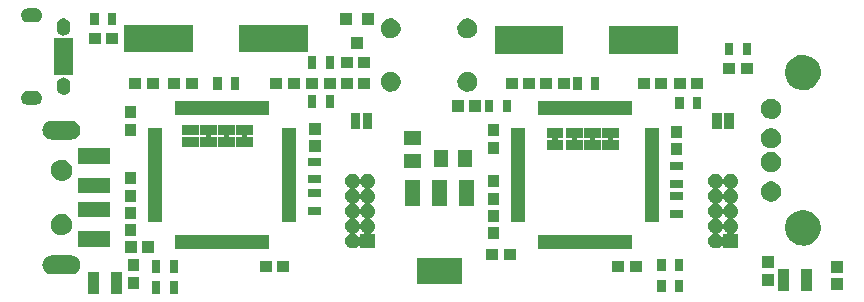
<source format=gts>
G04 #@! TF.FileFunction,Soldermask,Top*
%FSLAX46Y46*%
G04 Gerber Fmt 4.6, Leading zero omitted, Abs format (unit mm)*
G04 Created by KiCad (PCBNEW (2015-10-16 BZR 6271)-product) date Sun 01 Nov 2015 17:02:17 NZDT*
%MOMM*%
G01*
G04 APERTURE LIST*
%ADD10C,0.100000*%
G04 APERTURE END LIST*
D10*
G36*
X9425610Y320370D02*
X8476310Y320370D01*
X8476310Y2219630D01*
X9425610Y2219630D01*
X9425610Y320370D01*
X9425610Y320370D01*
G37*
G36*
X7525690Y320370D02*
X6576390Y320370D01*
X6576390Y2219630D01*
X7525690Y2219630D01*
X7525690Y320370D01*
X7525690Y320370D01*
G37*
G36*
X14181000Y339000D02*
X13481000Y339000D01*
X13481000Y1439000D01*
X14181000Y1439000D01*
X14181000Y339000D01*
X14181000Y339000D01*
G37*
G36*
X12681000Y339000D02*
X11981000Y339000D01*
X11981000Y1439000D01*
X12681000Y1439000D01*
X12681000Y339000D01*
X12681000Y339000D01*
G37*
G36*
X56980000Y466000D02*
X56280000Y466000D01*
X56280000Y1566000D01*
X56980000Y1566000D01*
X56980000Y466000D01*
X56980000Y466000D01*
G37*
G36*
X55480000Y466000D02*
X54780000Y466000D01*
X54780000Y1566000D01*
X55480000Y1566000D01*
X55480000Y466000D01*
X55480000Y466000D01*
G37*
G36*
X67845610Y574370D02*
X66896310Y574370D01*
X66896310Y2473630D01*
X67845610Y2473630D01*
X67845610Y574370D01*
X67845610Y574370D01*
G37*
G36*
X65945690Y574370D02*
X64996390Y574370D01*
X64996390Y2473630D01*
X65945690Y2473630D01*
X65945690Y574370D01*
X65945690Y574370D01*
G37*
G36*
X70452000Y655000D02*
X69502000Y655000D01*
X69502000Y1655000D01*
X70452000Y1655000D01*
X70452000Y655000D01*
X70452000Y655000D01*
G37*
G36*
X10889000Y782000D02*
X9939000Y782000D01*
X9939000Y1782000D01*
X10889000Y1782000D01*
X10889000Y782000D01*
X10889000Y782000D01*
G37*
G36*
X64610000Y1036000D02*
X63660000Y1036000D01*
X63660000Y2036000D01*
X64610000Y2036000D01*
X64610000Y1036000D01*
X64610000Y1036000D01*
G37*
G36*
X38250800Y1170000D02*
X34393200Y1170000D01*
X34393200Y3402000D01*
X38250800Y3402000D01*
X38250800Y1170000D01*
X38250800Y1170000D01*
G37*
G36*
X5131668Y3608959D02*
X5136912Y3608922D01*
X5292071Y3591518D01*
X5440896Y3544308D01*
X5577716Y3469091D01*
X5697320Y3368731D01*
X5795153Y3247051D01*
X5867489Y3108685D01*
X5911572Y2958905D01*
X5911576Y2958866D01*
X5911578Y2958858D01*
X5925725Y2803417D01*
X5909410Y2648186D01*
X5909406Y2648172D01*
X5909402Y2648138D01*
X5863233Y2498988D01*
X5788972Y2361646D01*
X5689449Y2241343D01*
X5568455Y2142663D01*
X5430598Y2069363D01*
X5281129Y2024236D01*
X5125742Y2009000D01*
X3510223Y2009000D01*
X3504332Y2009041D01*
X3499088Y2009078D01*
X3343929Y2026482D01*
X3195104Y2073692D01*
X3058284Y2148909D01*
X2938680Y2249269D01*
X2840847Y2370949D01*
X2768511Y2509315D01*
X2724428Y2659095D01*
X2724424Y2659134D01*
X2724422Y2659142D01*
X2710275Y2814583D01*
X2726590Y2969814D01*
X2726594Y2969828D01*
X2726598Y2969862D01*
X2772767Y3119012D01*
X2847028Y3256354D01*
X2946551Y3376657D01*
X3067545Y3475337D01*
X3205402Y3548637D01*
X3354871Y3593764D01*
X3510258Y3609000D01*
X5125777Y3609000D01*
X5131668Y3608959D01*
X5131668Y3608959D01*
G37*
G36*
X14181000Y2117000D02*
X13481000Y2117000D01*
X13481000Y3217000D01*
X14181000Y3217000D01*
X14181000Y2117000D01*
X14181000Y2117000D01*
G37*
G36*
X12681000Y2117000D02*
X11981000Y2117000D01*
X11981000Y3217000D01*
X12681000Y3217000D01*
X12681000Y2117000D01*
X12681000Y2117000D01*
G37*
G36*
X70452000Y2155000D02*
X69502000Y2155000D01*
X69502000Y3155000D01*
X70452000Y3155000D01*
X70452000Y2155000D01*
X70452000Y2155000D01*
G37*
G36*
X23602000Y2192000D02*
X22602000Y2192000D01*
X22602000Y3142000D01*
X23602000Y3142000D01*
X23602000Y2192000D01*
X23602000Y2192000D01*
G37*
G36*
X22102000Y2192000D02*
X21102000Y2192000D01*
X21102000Y3142000D01*
X22102000Y3142000D01*
X22102000Y2192000D01*
X22102000Y2192000D01*
G37*
G36*
X53447000Y2192000D02*
X52447000Y2192000D01*
X52447000Y3142000D01*
X53447000Y3142000D01*
X53447000Y2192000D01*
X53447000Y2192000D01*
G37*
G36*
X51947000Y2192000D02*
X50947000Y2192000D01*
X50947000Y3142000D01*
X51947000Y3142000D01*
X51947000Y2192000D01*
X51947000Y2192000D01*
G37*
G36*
X55480000Y2244000D02*
X54780000Y2244000D01*
X54780000Y3344000D01*
X55480000Y3344000D01*
X55480000Y2244000D01*
X55480000Y2244000D01*
G37*
G36*
X56980000Y2244000D02*
X56280000Y2244000D01*
X56280000Y3344000D01*
X56980000Y3344000D01*
X56980000Y2244000D01*
X56980000Y2244000D01*
G37*
G36*
X10889000Y2282000D02*
X9939000Y2282000D01*
X9939000Y3282000D01*
X10889000Y3282000D01*
X10889000Y2282000D01*
X10889000Y2282000D01*
G37*
G36*
X64610000Y2536000D02*
X63660000Y2536000D01*
X63660000Y3536000D01*
X64610000Y3536000D01*
X64610000Y2536000D01*
X64610000Y2536000D01*
G37*
G36*
X42779000Y3208000D02*
X41779000Y3208000D01*
X41779000Y4158000D01*
X42779000Y4158000D01*
X42779000Y3208000D01*
X42779000Y3208000D01*
G37*
G36*
X41279000Y3208000D02*
X40279000Y3208000D01*
X40279000Y4158000D01*
X41279000Y4158000D01*
X41279000Y3208000D01*
X41279000Y3208000D01*
G37*
G36*
X10672000Y3843000D02*
X9672000Y3843000D01*
X9672000Y4793000D01*
X10672000Y4793000D01*
X10672000Y3843000D01*
X10672000Y3843000D01*
G37*
G36*
X12172000Y3843000D02*
X11172000Y3843000D01*
X11172000Y4793000D01*
X12172000Y4793000D01*
X12172000Y3843000D01*
X12172000Y3843000D01*
G37*
G36*
X21882000Y4114000D02*
X13932000Y4114000D01*
X13932000Y5314000D01*
X21882000Y5314000D01*
X21882000Y4114000D01*
X21882000Y4114000D01*
G37*
G36*
X52616000Y4114000D02*
X44666000Y4114000D01*
X44666000Y5314000D01*
X52616000Y5314000D01*
X52616000Y4114000D01*
X52616000Y4114000D01*
G37*
G36*
X61025646Y10530585D02*
X61145714Y10505939D01*
X61258703Y10458443D01*
X61360318Y10389903D01*
X61446686Y10302929D01*
X61514516Y10200838D01*
X61561220Y10087523D01*
X61584961Y9967628D01*
X61584961Y9967618D01*
X61585027Y9967284D01*
X61583072Y9827288D01*
X61582996Y9826954D01*
X61582996Y9826943D01*
X61555919Y9707765D01*
X61506066Y9595792D01*
X61435414Y9495636D01*
X61346648Y9411106D01*
X61243165Y9345433D01*
X61172387Y9317981D01*
X61160116Y9311099D01*
X61150248Y9301070D01*
X61143565Y9288689D01*
X61140596Y9274936D01*
X61141575Y9260901D01*
X61146426Y9247694D01*
X61154765Y9236361D01*
X61171092Y9225272D01*
X61258703Y9188443D01*
X61360318Y9119903D01*
X61446686Y9032929D01*
X61514516Y8930838D01*
X61561220Y8817523D01*
X61584961Y8697628D01*
X61584961Y8697618D01*
X61585027Y8697284D01*
X61583072Y8557288D01*
X61582996Y8556954D01*
X61582996Y8556943D01*
X61555919Y8437765D01*
X61506066Y8325792D01*
X61435414Y8225636D01*
X61346648Y8141106D01*
X61243165Y8075433D01*
X61172387Y8047981D01*
X61160116Y8041099D01*
X61150248Y8031070D01*
X61143565Y8018689D01*
X61140596Y8004936D01*
X61141575Y7990901D01*
X61146426Y7977694D01*
X61154765Y7966361D01*
X61171092Y7955272D01*
X61258703Y7918443D01*
X61360318Y7849903D01*
X61446686Y7762929D01*
X61514516Y7660838D01*
X61561220Y7547523D01*
X61584961Y7427628D01*
X61584961Y7427618D01*
X61585027Y7427284D01*
X61583072Y7287288D01*
X61582996Y7286954D01*
X61582996Y7286943D01*
X61555919Y7167765D01*
X61506066Y7055792D01*
X61435414Y6955636D01*
X61346648Y6871106D01*
X61243165Y6805433D01*
X61172387Y6777981D01*
X61160116Y6771099D01*
X61150248Y6761070D01*
X61143565Y6748689D01*
X61140596Y6734936D01*
X61141575Y6720901D01*
X61146426Y6707694D01*
X61154765Y6696361D01*
X61171092Y6685272D01*
X61258703Y6648443D01*
X61360318Y6579903D01*
X61446686Y6492929D01*
X61514516Y6390838D01*
X61561220Y6277523D01*
X61584961Y6157628D01*
X61584961Y6157618D01*
X61585027Y6157284D01*
X61583072Y6017288D01*
X61582996Y6016954D01*
X61582996Y6016943D01*
X61555919Y5897765D01*
X61506066Y5785792D01*
X61435414Y5685636D01*
X61346648Y5601106D01*
X61255429Y5543216D01*
X61244728Y5534081D01*
X61236996Y5522326D01*
X61232845Y5508883D01*
X61232604Y5494815D01*
X61236291Y5481238D01*
X61243615Y5469225D01*
X61253996Y5459728D01*
X61266612Y5453499D01*
X61282220Y5451000D01*
X61585000Y5451000D01*
X61585000Y4201000D01*
X60335000Y4201000D01*
X60335000Y4502770D01*
X60333020Y4516700D01*
X60327239Y4529526D01*
X60318112Y4540234D01*
X60306364Y4547976D01*
X60292924Y4552138D01*
X60278857Y4552391D01*
X60265276Y4548715D01*
X60253257Y4541401D01*
X60243751Y4531028D01*
X60239323Y4523107D01*
X60236066Y4515792D01*
X60165414Y4415636D01*
X60076648Y4331106D01*
X59973164Y4265433D01*
X59858889Y4221109D01*
X59738183Y4199825D01*
X59615642Y4202391D01*
X59495925Y4228713D01*
X59383612Y4277781D01*
X59282963Y4347734D01*
X59197818Y4435905D01*
X59131424Y4538928D01*
X59086303Y4652891D01*
X59064176Y4773451D01*
X59065888Y4896007D01*
X59091370Y5015894D01*
X59139657Y5128554D01*
X59208904Y5229687D01*
X59296478Y5315446D01*
X59399038Y5382560D01*
X59477219Y5414147D01*
X59489393Y5421200D01*
X59499120Y5431366D01*
X59505629Y5443839D01*
X59508406Y5457632D01*
X59507794Y5464936D01*
X59870596Y5464936D01*
X59871575Y5450901D01*
X59876426Y5437694D01*
X59884765Y5426361D01*
X59901092Y5415272D01*
X59988703Y5378443D01*
X60090318Y5309903D01*
X60176686Y5222929D01*
X60243354Y5122586D01*
X60252711Y5112080D01*
X60264625Y5104596D01*
X60278153Y5100727D01*
X60292222Y5100780D01*
X60305720Y5104751D01*
X60317577Y5112325D01*
X60326854Y5122903D01*
X60332818Y5135646D01*
X60335000Y5150256D01*
X60335000Y5451000D01*
X60635801Y5451000D01*
X60649731Y5452980D01*
X60662557Y5458761D01*
X60673265Y5467888D01*
X60681007Y5479636D01*
X60685169Y5493076D01*
X60685422Y5507143D01*
X60681746Y5520724D01*
X60674432Y5532743D01*
X60664059Y5542249D01*
X60655818Y5546819D01*
X60653608Y5547784D01*
X60552963Y5617734D01*
X60467818Y5705905D01*
X60401424Y5808928D01*
X60372226Y5882674D01*
X60365257Y5894897D01*
X60355160Y5904695D01*
X60342732Y5911291D01*
X60328959Y5914164D01*
X60314931Y5913086D01*
X60301758Y5908143D01*
X60290484Y5899726D01*
X60280060Y5884605D01*
X60236066Y5785792D01*
X60165414Y5685636D01*
X60076648Y5601106D01*
X59973165Y5535433D01*
X59902387Y5507981D01*
X59890116Y5501099D01*
X59880248Y5491070D01*
X59873565Y5478689D01*
X59870596Y5464936D01*
X59507794Y5464936D01*
X59507231Y5471653D01*
X59502196Y5484790D01*
X59493700Y5496005D01*
X59478506Y5506324D01*
X59383612Y5547782D01*
X59282963Y5617734D01*
X59197818Y5705905D01*
X59131424Y5808928D01*
X59086303Y5922891D01*
X59064176Y6043451D01*
X59065888Y6166007D01*
X59091370Y6285894D01*
X59139657Y6398554D01*
X59208904Y6499687D01*
X59296478Y6585446D01*
X59399038Y6652560D01*
X59477219Y6684147D01*
X59489393Y6691200D01*
X59499120Y6701366D01*
X59505629Y6713839D01*
X59508406Y6727632D01*
X59507794Y6734936D01*
X59870596Y6734936D01*
X59871575Y6720901D01*
X59876426Y6707694D01*
X59884765Y6696361D01*
X59901092Y6685272D01*
X59988703Y6648443D01*
X60090318Y6579903D01*
X60176686Y6492929D01*
X60244515Y6390839D01*
X60278525Y6308325D01*
X60285663Y6296201D01*
X60295897Y6286546D01*
X60308415Y6280123D01*
X60322227Y6277443D01*
X60336239Y6278716D01*
X60349341Y6283843D01*
X60360496Y6292417D01*
X60370709Y6307682D01*
X60409657Y6398554D01*
X60478904Y6499687D01*
X60566478Y6585446D01*
X60669038Y6652560D01*
X60747219Y6684147D01*
X60759393Y6691200D01*
X60769120Y6701366D01*
X60775629Y6713839D01*
X60778406Y6727632D01*
X60777231Y6741653D01*
X60772196Y6754790D01*
X60763700Y6766005D01*
X60748506Y6776324D01*
X60653612Y6817782D01*
X60552963Y6887734D01*
X60467818Y6975905D01*
X60401424Y7078928D01*
X60372226Y7152674D01*
X60365257Y7164897D01*
X60355160Y7174695D01*
X60342732Y7181291D01*
X60328959Y7184164D01*
X60314931Y7183086D01*
X60301758Y7178143D01*
X60290484Y7169726D01*
X60280060Y7154605D01*
X60236066Y7055792D01*
X60165414Y6955636D01*
X60076648Y6871106D01*
X59973165Y6805433D01*
X59902387Y6777981D01*
X59890116Y6771099D01*
X59880248Y6761070D01*
X59873565Y6748689D01*
X59870596Y6734936D01*
X59507794Y6734936D01*
X59507231Y6741653D01*
X59502196Y6754790D01*
X59493700Y6766005D01*
X59478506Y6776324D01*
X59383612Y6817782D01*
X59282963Y6887734D01*
X59197818Y6975905D01*
X59131424Y7078928D01*
X59086303Y7192891D01*
X59064176Y7313451D01*
X59065888Y7436007D01*
X59091370Y7555894D01*
X59139657Y7668554D01*
X59208904Y7769687D01*
X59296478Y7855446D01*
X59399038Y7922560D01*
X59477219Y7954147D01*
X59489393Y7961200D01*
X59499120Y7971366D01*
X59505629Y7983839D01*
X59508406Y7997632D01*
X59507794Y8004936D01*
X59870596Y8004936D01*
X59871575Y7990901D01*
X59876426Y7977694D01*
X59884765Y7966361D01*
X59901092Y7955272D01*
X59988703Y7918443D01*
X60090318Y7849903D01*
X60176686Y7762929D01*
X60244515Y7660839D01*
X60278525Y7578325D01*
X60285663Y7566201D01*
X60295897Y7556546D01*
X60308415Y7550123D01*
X60322227Y7547443D01*
X60336239Y7548716D01*
X60349341Y7553843D01*
X60360496Y7562417D01*
X60370709Y7577682D01*
X60409657Y7668554D01*
X60478904Y7769687D01*
X60566478Y7855446D01*
X60669038Y7922560D01*
X60747219Y7954147D01*
X60759393Y7961200D01*
X60769120Y7971366D01*
X60775629Y7983839D01*
X60778406Y7997632D01*
X60777231Y8011653D01*
X60772196Y8024790D01*
X60763700Y8036005D01*
X60748506Y8046324D01*
X60653612Y8087782D01*
X60552963Y8157734D01*
X60467818Y8245905D01*
X60401424Y8348928D01*
X60372226Y8422674D01*
X60365257Y8434897D01*
X60355160Y8444695D01*
X60342732Y8451291D01*
X60328959Y8454164D01*
X60314931Y8453086D01*
X60301758Y8448143D01*
X60290484Y8439726D01*
X60280060Y8424605D01*
X60236066Y8325792D01*
X60165414Y8225636D01*
X60076648Y8141106D01*
X59973165Y8075433D01*
X59902387Y8047981D01*
X59890116Y8041099D01*
X59880248Y8031070D01*
X59873565Y8018689D01*
X59870596Y8004936D01*
X59507794Y8004936D01*
X59507231Y8011653D01*
X59502196Y8024790D01*
X59493700Y8036005D01*
X59478506Y8046324D01*
X59383612Y8087782D01*
X59282963Y8157734D01*
X59197818Y8245905D01*
X59131424Y8348928D01*
X59086303Y8462891D01*
X59064176Y8583451D01*
X59065888Y8706007D01*
X59091370Y8825894D01*
X59139657Y8938554D01*
X59208904Y9039687D01*
X59296478Y9125446D01*
X59399038Y9192560D01*
X59477219Y9224147D01*
X59489393Y9231200D01*
X59499120Y9241366D01*
X59505629Y9253839D01*
X59508406Y9267632D01*
X59507794Y9274936D01*
X59870596Y9274936D01*
X59871575Y9260901D01*
X59876426Y9247694D01*
X59884765Y9236361D01*
X59901092Y9225272D01*
X59988703Y9188443D01*
X60090318Y9119903D01*
X60176686Y9032929D01*
X60244515Y8930839D01*
X60278525Y8848325D01*
X60285663Y8836201D01*
X60295897Y8826546D01*
X60308415Y8820123D01*
X60322227Y8817443D01*
X60336239Y8818716D01*
X60349341Y8823843D01*
X60360496Y8832417D01*
X60370709Y8847682D01*
X60409657Y8938554D01*
X60478904Y9039687D01*
X60566478Y9125446D01*
X60669038Y9192560D01*
X60747219Y9224147D01*
X60759393Y9231200D01*
X60769120Y9241366D01*
X60775629Y9253839D01*
X60778406Y9267632D01*
X60777231Y9281653D01*
X60772196Y9294790D01*
X60763700Y9306005D01*
X60748506Y9316324D01*
X60653612Y9357782D01*
X60552963Y9427734D01*
X60467818Y9515905D01*
X60401424Y9618928D01*
X60372226Y9692674D01*
X60365257Y9704897D01*
X60355160Y9714695D01*
X60342732Y9721291D01*
X60328959Y9724164D01*
X60314931Y9723086D01*
X60301758Y9718143D01*
X60290484Y9709726D01*
X60280060Y9694605D01*
X60236066Y9595792D01*
X60165414Y9495636D01*
X60076648Y9411106D01*
X59973165Y9345433D01*
X59902387Y9317981D01*
X59890116Y9311099D01*
X59880248Y9301070D01*
X59873565Y9288689D01*
X59870596Y9274936D01*
X59507794Y9274936D01*
X59507231Y9281653D01*
X59502196Y9294790D01*
X59493700Y9306005D01*
X59478506Y9316324D01*
X59383612Y9357782D01*
X59282963Y9427734D01*
X59197818Y9515905D01*
X59131424Y9618928D01*
X59086303Y9732891D01*
X59064176Y9853451D01*
X59065888Y9976007D01*
X59091370Y10095894D01*
X59139657Y10208554D01*
X59208904Y10309687D01*
X59296478Y10395446D01*
X59399038Y10462560D01*
X59512682Y10508475D01*
X59633077Y10531442D01*
X59755646Y10530585D01*
X59875714Y10505939D01*
X59988703Y10458443D01*
X60090318Y10389903D01*
X60176686Y10302929D01*
X60244515Y10200839D01*
X60278525Y10118325D01*
X60285663Y10106201D01*
X60295897Y10096546D01*
X60308415Y10090123D01*
X60322227Y10087443D01*
X60336239Y10088716D01*
X60349341Y10093843D01*
X60360496Y10102417D01*
X60370709Y10117682D01*
X60409657Y10208554D01*
X60478904Y10309687D01*
X60566478Y10395446D01*
X60669038Y10462560D01*
X60782682Y10508475D01*
X60903077Y10531442D01*
X61025646Y10530585D01*
X61025646Y10530585D01*
G37*
G36*
X30291646Y10530585D02*
X30411714Y10505939D01*
X30524703Y10458443D01*
X30626318Y10389903D01*
X30712686Y10302929D01*
X30780516Y10200838D01*
X30827220Y10087523D01*
X30850961Y9967628D01*
X30850961Y9967618D01*
X30851027Y9967284D01*
X30849072Y9827288D01*
X30848996Y9826954D01*
X30848996Y9826943D01*
X30821919Y9707765D01*
X30772066Y9595792D01*
X30701414Y9495636D01*
X30612648Y9411106D01*
X30509165Y9345433D01*
X30438387Y9317981D01*
X30426116Y9311099D01*
X30416248Y9301070D01*
X30409565Y9288689D01*
X30406596Y9274936D01*
X30407575Y9260901D01*
X30412426Y9247694D01*
X30420765Y9236361D01*
X30437092Y9225272D01*
X30524703Y9188443D01*
X30626318Y9119903D01*
X30712686Y9032929D01*
X30780516Y8930838D01*
X30827220Y8817523D01*
X30850961Y8697628D01*
X30850961Y8697618D01*
X30851027Y8697284D01*
X30849072Y8557288D01*
X30848996Y8556954D01*
X30848996Y8556943D01*
X30821919Y8437765D01*
X30772066Y8325792D01*
X30701414Y8225636D01*
X30612648Y8141106D01*
X30509165Y8075433D01*
X30438387Y8047981D01*
X30426116Y8041099D01*
X30416248Y8031070D01*
X30409565Y8018689D01*
X30406596Y8004936D01*
X30407575Y7990901D01*
X30412426Y7977694D01*
X30420765Y7966361D01*
X30437092Y7955272D01*
X30524703Y7918443D01*
X30626318Y7849903D01*
X30712686Y7762929D01*
X30780516Y7660838D01*
X30827220Y7547523D01*
X30850961Y7427628D01*
X30850961Y7427618D01*
X30851027Y7427284D01*
X30849072Y7287288D01*
X30848996Y7286954D01*
X30848996Y7286943D01*
X30821919Y7167765D01*
X30772066Y7055792D01*
X30701414Y6955636D01*
X30612648Y6871106D01*
X30509165Y6805433D01*
X30438387Y6777981D01*
X30426116Y6771099D01*
X30416248Y6761070D01*
X30409565Y6748689D01*
X30406596Y6734936D01*
X30407575Y6720901D01*
X30412426Y6707694D01*
X30420765Y6696361D01*
X30437092Y6685272D01*
X30524703Y6648443D01*
X30626318Y6579903D01*
X30712686Y6492929D01*
X30780516Y6390838D01*
X30827220Y6277523D01*
X30850961Y6157628D01*
X30850961Y6157618D01*
X30851027Y6157284D01*
X30849072Y6017288D01*
X30848996Y6016954D01*
X30848996Y6016943D01*
X30821919Y5897765D01*
X30772066Y5785792D01*
X30701414Y5685636D01*
X30612648Y5601106D01*
X30521429Y5543216D01*
X30510728Y5534081D01*
X30502996Y5522326D01*
X30498845Y5508883D01*
X30498604Y5494815D01*
X30502291Y5481238D01*
X30509615Y5469225D01*
X30519996Y5459728D01*
X30532612Y5453499D01*
X30548220Y5451000D01*
X30851000Y5451000D01*
X30851000Y4201000D01*
X29601000Y4201000D01*
X29601000Y4502770D01*
X29599020Y4516700D01*
X29593239Y4529526D01*
X29584112Y4540234D01*
X29572364Y4547976D01*
X29558924Y4552138D01*
X29544857Y4552391D01*
X29531276Y4548715D01*
X29519257Y4541401D01*
X29509751Y4531028D01*
X29505323Y4523107D01*
X29502066Y4515792D01*
X29431414Y4415636D01*
X29342648Y4331106D01*
X29239164Y4265433D01*
X29124889Y4221109D01*
X29004183Y4199825D01*
X28881642Y4202391D01*
X28761925Y4228713D01*
X28649612Y4277781D01*
X28548963Y4347734D01*
X28463818Y4435905D01*
X28397424Y4538928D01*
X28352303Y4652891D01*
X28330176Y4773451D01*
X28331888Y4896007D01*
X28357370Y5015894D01*
X28405657Y5128554D01*
X28474904Y5229687D01*
X28562478Y5315446D01*
X28665038Y5382560D01*
X28743219Y5414147D01*
X28755393Y5421200D01*
X28765120Y5431366D01*
X28771629Y5443839D01*
X28774406Y5457632D01*
X28773794Y5464936D01*
X29136596Y5464936D01*
X29137575Y5450901D01*
X29142426Y5437694D01*
X29150765Y5426361D01*
X29167092Y5415272D01*
X29254703Y5378443D01*
X29356318Y5309903D01*
X29442686Y5222929D01*
X29509354Y5122586D01*
X29518711Y5112080D01*
X29530625Y5104596D01*
X29544153Y5100727D01*
X29558222Y5100780D01*
X29571720Y5104751D01*
X29583577Y5112325D01*
X29592854Y5122903D01*
X29598818Y5135646D01*
X29601000Y5150256D01*
X29601000Y5451000D01*
X29901801Y5451000D01*
X29915731Y5452980D01*
X29928557Y5458761D01*
X29939265Y5467888D01*
X29947007Y5479636D01*
X29951169Y5493076D01*
X29951422Y5507143D01*
X29947746Y5520724D01*
X29940432Y5532743D01*
X29930059Y5542249D01*
X29921818Y5546819D01*
X29919608Y5547784D01*
X29818963Y5617734D01*
X29733818Y5705905D01*
X29667424Y5808928D01*
X29638226Y5882674D01*
X29631257Y5894897D01*
X29621160Y5904695D01*
X29608732Y5911291D01*
X29594959Y5914164D01*
X29580931Y5913086D01*
X29567758Y5908143D01*
X29556484Y5899726D01*
X29546060Y5884605D01*
X29502066Y5785792D01*
X29431414Y5685636D01*
X29342648Y5601106D01*
X29239165Y5535433D01*
X29168387Y5507981D01*
X29156116Y5501099D01*
X29146248Y5491070D01*
X29139565Y5478689D01*
X29136596Y5464936D01*
X28773794Y5464936D01*
X28773231Y5471653D01*
X28768196Y5484790D01*
X28759700Y5496005D01*
X28744506Y5506324D01*
X28649612Y5547782D01*
X28548963Y5617734D01*
X28463818Y5705905D01*
X28397424Y5808928D01*
X28352303Y5922891D01*
X28330176Y6043451D01*
X28331888Y6166007D01*
X28357370Y6285894D01*
X28405657Y6398554D01*
X28474904Y6499687D01*
X28562478Y6585446D01*
X28665038Y6652560D01*
X28743219Y6684147D01*
X28755393Y6691200D01*
X28765120Y6701366D01*
X28771629Y6713839D01*
X28774406Y6727632D01*
X28773794Y6734936D01*
X29136596Y6734936D01*
X29137575Y6720901D01*
X29142426Y6707694D01*
X29150765Y6696361D01*
X29167092Y6685272D01*
X29254703Y6648443D01*
X29356318Y6579903D01*
X29442686Y6492929D01*
X29510515Y6390839D01*
X29544525Y6308325D01*
X29551663Y6296201D01*
X29561897Y6286546D01*
X29574415Y6280123D01*
X29588227Y6277443D01*
X29602239Y6278716D01*
X29615341Y6283843D01*
X29626496Y6292417D01*
X29636709Y6307682D01*
X29675657Y6398554D01*
X29744904Y6499687D01*
X29832478Y6585446D01*
X29935038Y6652560D01*
X30013219Y6684147D01*
X30025393Y6691200D01*
X30035120Y6701366D01*
X30041629Y6713839D01*
X30044406Y6727632D01*
X30043231Y6741653D01*
X30038196Y6754790D01*
X30029700Y6766005D01*
X30014506Y6776324D01*
X29919612Y6817782D01*
X29818963Y6887734D01*
X29733818Y6975905D01*
X29667424Y7078928D01*
X29638226Y7152674D01*
X29631257Y7164897D01*
X29621160Y7174695D01*
X29608732Y7181291D01*
X29594959Y7184164D01*
X29580931Y7183086D01*
X29567758Y7178143D01*
X29556484Y7169726D01*
X29546060Y7154605D01*
X29502066Y7055792D01*
X29431414Y6955636D01*
X29342648Y6871106D01*
X29239165Y6805433D01*
X29168387Y6777981D01*
X29156116Y6771099D01*
X29146248Y6761070D01*
X29139565Y6748689D01*
X29136596Y6734936D01*
X28773794Y6734936D01*
X28773231Y6741653D01*
X28768196Y6754790D01*
X28759700Y6766005D01*
X28744506Y6776324D01*
X28649612Y6817782D01*
X28548963Y6887734D01*
X28463818Y6975905D01*
X28397424Y7078928D01*
X28352303Y7192891D01*
X28330176Y7313451D01*
X28331888Y7436007D01*
X28357370Y7555894D01*
X28405657Y7668554D01*
X28474904Y7769687D01*
X28562478Y7855446D01*
X28665038Y7922560D01*
X28743219Y7954147D01*
X28755393Y7961200D01*
X28765120Y7971366D01*
X28771629Y7983839D01*
X28774406Y7997632D01*
X28773794Y8004936D01*
X29136596Y8004936D01*
X29137575Y7990901D01*
X29142426Y7977694D01*
X29150765Y7966361D01*
X29167092Y7955272D01*
X29254703Y7918443D01*
X29356318Y7849903D01*
X29442686Y7762929D01*
X29510515Y7660839D01*
X29544525Y7578325D01*
X29551663Y7566201D01*
X29561897Y7556546D01*
X29574415Y7550123D01*
X29588227Y7547443D01*
X29602239Y7548716D01*
X29615341Y7553843D01*
X29626496Y7562417D01*
X29636709Y7577682D01*
X29675657Y7668554D01*
X29744904Y7769687D01*
X29832478Y7855446D01*
X29935038Y7922560D01*
X30013219Y7954147D01*
X30025393Y7961200D01*
X30035120Y7971366D01*
X30041629Y7983839D01*
X30044406Y7997632D01*
X30043231Y8011653D01*
X30038196Y8024790D01*
X30029700Y8036005D01*
X30014506Y8046324D01*
X29919612Y8087782D01*
X29818963Y8157734D01*
X29733818Y8245905D01*
X29667424Y8348928D01*
X29638226Y8422674D01*
X29631257Y8434897D01*
X29621160Y8444695D01*
X29608732Y8451291D01*
X29594959Y8454164D01*
X29580931Y8453086D01*
X29567758Y8448143D01*
X29556484Y8439726D01*
X29546060Y8424605D01*
X29502066Y8325792D01*
X29431414Y8225636D01*
X29342648Y8141106D01*
X29239165Y8075433D01*
X29168387Y8047981D01*
X29156116Y8041099D01*
X29146248Y8031070D01*
X29139565Y8018689D01*
X29136596Y8004936D01*
X28773794Y8004936D01*
X28773231Y8011653D01*
X28768196Y8024790D01*
X28759700Y8036005D01*
X28744506Y8046324D01*
X28649612Y8087782D01*
X28548963Y8157734D01*
X28463818Y8245905D01*
X28397424Y8348928D01*
X28352303Y8462891D01*
X28330176Y8583451D01*
X28331888Y8706007D01*
X28357370Y8825894D01*
X28405657Y8938554D01*
X28474904Y9039687D01*
X28562478Y9125446D01*
X28665038Y9192560D01*
X28743219Y9224147D01*
X28755393Y9231200D01*
X28765120Y9241366D01*
X28771629Y9253839D01*
X28774406Y9267632D01*
X28773794Y9274936D01*
X29136596Y9274936D01*
X29137575Y9260901D01*
X29142426Y9247694D01*
X29150765Y9236361D01*
X29167092Y9225272D01*
X29254703Y9188443D01*
X29356318Y9119903D01*
X29442686Y9032929D01*
X29510515Y8930839D01*
X29544525Y8848325D01*
X29551663Y8836201D01*
X29561897Y8826546D01*
X29574415Y8820123D01*
X29588227Y8817443D01*
X29602239Y8818716D01*
X29615341Y8823843D01*
X29626496Y8832417D01*
X29636709Y8847682D01*
X29675657Y8938554D01*
X29744904Y9039687D01*
X29832478Y9125446D01*
X29935038Y9192560D01*
X30013219Y9224147D01*
X30025393Y9231200D01*
X30035120Y9241366D01*
X30041629Y9253839D01*
X30044406Y9267632D01*
X30043231Y9281653D01*
X30038196Y9294790D01*
X30029700Y9306005D01*
X30014506Y9316324D01*
X29919612Y9357782D01*
X29818963Y9427734D01*
X29733818Y9515905D01*
X29667424Y9618928D01*
X29638226Y9692674D01*
X29631257Y9704897D01*
X29621160Y9714695D01*
X29608732Y9721291D01*
X29594959Y9724164D01*
X29580931Y9723086D01*
X29567758Y9718143D01*
X29556484Y9709726D01*
X29546060Y9694605D01*
X29502066Y9595792D01*
X29431414Y9495636D01*
X29342648Y9411106D01*
X29239165Y9345433D01*
X29168387Y9317981D01*
X29156116Y9311099D01*
X29146248Y9301070D01*
X29139565Y9288689D01*
X29136596Y9274936D01*
X28773794Y9274936D01*
X28773231Y9281653D01*
X28768196Y9294790D01*
X28759700Y9306005D01*
X28744506Y9316324D01*
X28649612Y9357782D01*
X28548963Y9427734D01*
X28463818Y9515905D01*
X28397424Y9618928D01*
X28352303Y9732891D01*
X28330176Y9853451D01*
X28331888Y9976007D01*
X28357370Y10095894D01*
X28405657Y10208554D01*
X28474904Y10309687D01*
X28562478Y10395446D01*
X28665038Y10462560D01*
X28778682Y10508475D01*
X28899077Y10531442D01*
X29021646Y10530585D01*
X29141714Y10505939D01*
X29254703Y10458443D01*
X29356318Y10389903D01*
X29442686Y10302929D01*
X29510515Y10200839D01*
X29544525Y10118325D01*
X29551663Y10106201D01*
X29561897Y10096546D01*
X29574415Y10090123D01*
X29588227Y10087443D01*
X29602239Y10088716D01*
X29615341Y10093843D01*
X29626496Y10102417D01*
X29636709Y10117682D01*
X29675657Y10208554D01*
X29744904Y10309687D01*
X29832478Y10395446D01*
X29935038Y10462560D01*
X30048682Y10508475D01*
X30169077Y10531442D01*
X30291646Y10530585D01*
X30291646Y10530585D01*
G37*
G36*
X8418000Y4359000D02*
X5718000Y4359000D01*
X5718000Y5659000D01*
X8418000Y5659000D01*
X8418000Y4359000D01*
X8418000Y4359000D01*
G37*
G36*
X67256551Y7446003D02*
X67544710Y7386852D01*
X67815888Y7272860D01*
X68059766Y7108362D01*
X68267042Y6899634D01*
X68429834Y6654613D01*
X68541928Y6382650D01*
X68598999Y6094426D01*
X68598999Y6094412D01*
X68599064Y6094083D01*
X68594373Y5758090D01*
X68594297Y5757756D01*
X68594297Y5757745D01*
X68529203Y5471236D01*
X68409554Y5202500D01*
X68239992Y4962128D01*
X68026959Y4759260D01*
X67778591Y4601642D01*
X67504332Y4495262D01*
X67214638Y4444182D01*
X66920537Y4450342D01*
X66633229Y4513511D01*
X66363672Y4631278D01*
X66122112Y4799166D01*
X65917768Y5010770D01*
X65758419Y5258032D01*
X65650129Y5531541D01*
X65597025Y5820879D01*
X65601133Y6115014D01*
X65662293Y6402748D01*
X65778178Y6673128D01*
X65944372Y6915848D01*
X66154547Y7121667D01*
X66400692Y7282740D01*
X66673438Y7392937D01*
X66962390Y7448057D01*
X67256551Y7446003D01*
X67256551Y7446003D01*
G37*
G36*
X41369000Y4973000D02*
X40419000Y4973000D01*
X40419000Y5973000D01*
X41369000Y5973000D01*
X41369000Y4973000D01*
X41369000Y4973000D01*
G37*
G36*
X10635000Y5227000D02*
X9685000Y5227000D01*
X9685000Y6227000D01*
X10635000Y6227000D01*
X10635000Y5227000D01*
X10635000Y5227000D01*
G37*
G36*
X4412531Y7108403D02*
X4585427Y7072912D01*
X4748132Y7004517D01*
X4894458Y6905820D01*
X5018828Y6780578D01*
X5116502Y6633567D01*
X5183757Y6470392D01*
X5217973Y6297593D01*
X5217973Y6297584D01*
X5218039Y6297250D01*
X5215224Y6095654D01*
X5215148Y6095320D01*
X5215148Y6095309D01*
X5176123Y5923541D01*
X5104334Y5762301D01*
X5002592Y5618073D01*
X4874778Y5496356D01*
X4725755Y5401784D01*
X4561199Y5337957D01*
X4387383Y5307308D01*
X4210923Y5311004D01*
X4038536Y5348906D01*
X3876800Y5419567D01*
X3731869Y5520297D01*
X3609260Y5647262D01*
X3513651Y5795618D01*
X3448676Y5959723D01*
X3416814Y6133328D01*
X3419279Y6309809D01*
X3455974Y6482448D01*
X3525506Y6644678D01*
X3625222Y6790309D01*
X3751328Y6913802D01*
X3899015Y7010445D01*
X4062663Y7076563D01*
X4236032Y7109635D01*
X4412531Y7108403D01*
X4412531Y7108403D01*
G37*
G36*
X54941000Y6439000D02*
X53741000Y6439000D01*
X53741000Y14389000D01*
X54941000Y14389000D01*
X54941000Y6439000D01*
X54941000Y6439000D01*
G37*
G36*
X43541000Y6439000D02*
X42341000Y6439000D01*
X42341000Y14389000D01*
X43541000Y14389000D01*
X43541000Y6439000D01*
X43541000Y6439000D01*
G37*
G36*
X24207000Y6439000D02*
X23007000Y6439000D01*
X23007000Y14389000D01*
X24207000Y14389000D01*
X24207000Y6439000D01*
X24207000Y6439000D01*
G37*
G36*
X12807000Y6439000D02*
X11607000Y6439000D01*
X11607000Y14389000D01*
X12807000Y14389000D01*
X12807000Y6439000D01*
X12807000Y6439000D01*
G37*
G36*
X41369000Y6473000D02*
X40419000Y6473000D01*
X40419000Y7473000D01*
X41369000Y7473000D01*
X41369000Y6473000D01*
X41369000Y6473000D01*
G37*
G36*
X10635000Y6727000D02*
X9685000Y6727000D01*
X9685000Y7727000D01*
X10635000Y7727000D01*
X10635000Y6727000D01*
X10635000Y6727000D01*
G37*
G36*
X56938000Y6774000D02*
X55838000Y6774000D01*
X55838000Y7474000D01*
X56938000Y7474000D01*
X56938000Y6774000D01*
X56938000Y6774000D01*
G37*
G36*
X8418000Y6859000D02*
X5718000Y6859000D01*
X5718000Y8159000D01*
X8418000Y8159000D01*
X8418000Y6859000D01*
X8418000Y6859000D01*
G37*
G36*
X26331000Y7028000D02*
X25231000Y7028000D01*
X25231000Y7728000D01*
X26331000Y7728000D01*
X26331000Y7028000D01*
X26331000Y7028000D01*
G37*
G36*
X36930000Y7774000D02*
X35714000Y7774000D01*
X35714000Y10006000D01*
X36930000Y10006000D01*
X36930000Y7774000D01*
X36930000Y7774000D01*
G37*
G36*
X34644000Y7774000D02*
X33428000Y7774000D01*
X33428000Y10006000D01*
X34644000Y10006000D01*
X34644000Y7774000D01*
X34644000Y7774000D01*
G37*
G36*
X39216000Y7774000D02*
X38000000Y7774000D01*
X38000000Y10006000D01*
X39216000Y10006000D01*
X39216000Y7774000D01*
X39216000Y7774000D01*
G37*
G36*
X41369000Y7894000D02*
X40419000Y7894000D01*
X40419000Y8894000D01*
X41369000Y8894000D01*
X41369000Y7894000D01*
X41369000Y7894000D01*
G37*
G36*
X10635000Y8148000D02*
X9685000Y8148000D01*
X9685000Y9148000D01*
X10635000Y9148000D01*
X10635000Y8148000D01*
X10635000Y8148000D01*
G37*
G36*
X64478339Y9867005D02*
X64641739Y9833463D01*
X64795508Y9768825D01*
X64933797Y9675548D01*
X65051336Y9557185D01*
X65143645Y9418250D01*
X65207208Y9264034D01*
X65239540Y9100746D01*
X65239540Y9100742D01*
X65239607Y9100403D01*
X65236947Y8909879D01*
X65233339Y8894000D01*
X65199992Y8747216D01*
X65132146Y8594835D01*
X65035995Y8458531D01*
X64915195Y8343495D01*
X64774360Y8254119D01*
X64618842Y8193796D01*
X64454573Y8164832D01*
X64287804Y8168325D01*
X64124885Y8204145D01*
X63972036Y8270923D01*
X63835058Y8366125D01*
X63719188Y8486113D01*
X63628827Y8626324D01*
X63567422Y8781414D01*
X63537310Y8945485D01*
X63539640Y9112273D01*
X63574319Y9275429D01*
X63640032Y9428749D01*
X63734272Y9566382D01*
X63853451Y9683092D01*
X63993027Y9774428D01*
X64147687Y9836914D01*
X64311534Y9868170D01*
X64478339Y9867005D01*
X64478339Y9867005D01*
G37*
G36*
X56938000Y8274000D02*
X55838000Y8274000D01*
X55838000Y8974000D01*
X56938000Y8974000D01*
X56938000Y8274000D01*
X56938000Y8274000D01*
G37*
G36*
X26331000Y8528000D02*
X25231000Y8528000D01*
X25231000Y9228000D01*
X26331000Y9228000D01*
X26331000Y8528000D01*
X26331000Y8528000D01*
G37*
G36*
X8418000Y8859000D02*
X5718000Y8859000D01*
X5718000Y10159000D01*
X8418000Y10159000D01*
X8418000Y8859000D01*
X8418000Y8859000D01*
G37*
G36*
X56938000Y9314000D02*
X55838000Y9314000D01*
X55838000Y10014000D01*
X56938000Y10014000D01*
X56938000Y9314000D01*
X56938000Y9314000D01*
G37*
G36*
X41369000Y9394000D02*
X40419000Y9394000D01*
X40419000Y10394000D01*
X41369000Y10394000D01*
X41369000Y9394000D01*
X41369000Y9394000D01*
G37*
G36*
X10635000Y9648000D02*
X9685000Y9648000D01*
X9685000Y10648000D01*
X10635000Y10648000D01*
X10635000Y9648000D01*
X10635000Y9648000D01*
G37*
G36*
X26331000Y9695000D02*
X25231000Y9695000D01*
X25231000Y10395000D01*
X26331000Y10395000D01*
X26331000Y9695000D01*
X26331000Y9695000D01*
G37*
G36*
X4412531Y11708403D02*
X4585427Y11672912D01*
X4748132Y11604517D01*
X4894458Y11505820D01*
X5018828Y11380578D01*
X5116502Y11233567D01*
X5183757Y11070392D01*
X5217973Y10897593D01*
X5217973Y10897584D01*
X5218039Y10897250D01*
X5215224Y10695654D01*
X5215148Y10695320D01*
X5215148Y10695309D01*
X5176123Y10523541D01*
X5104334Y10362301D01*
X5002592Y10218073D01*
X4874778Y10096356D01*
X4725755Y10001784D01*
X4561199Y9937957D01*
X4387383Y9907308D01*
X4210923Y9911004D01*
X4038536Y9948906D01*
X3876800Y10019567D01*
X3731869Y10120297D01*
X3609260Y10247262D01*
X3513651Y10395618D01*
X3448676Y10559723D01*
X3416814Y10733328D01*
X3419279Y10909809D01*
X3455974Y11082448D01*
X3525506Y11244678D01*
X3625222Y11390309D01*
X3751328Y11513802D01*
X3899015Y11610445D01*
X4062663Y11676563D01*
X4236032Y11709635D01*
X4412531Y11708403D01*
X4412531Y11708403D01*
G37*
G36*
X64478339Y12367005D02*
X64641739Y12333463D01*
X64795508Y12268825D01*
X64933797Y12175548D01*
X65051336Y12057185D01*
X65143645Y11918250D01*
X65207208Y11764034D01*
X65239540Y11600746D01*
X65239540Y11600742D01*
X65239607Y11600403D01*
X65236947Y11409879D01*
X65232203Y11389000D01*
X65199992Y11247216D01*
X65132146Y11094835D01*
X65035995Y10958531D01*
X64915195Y10843495D01*
X64774360Y10754119D01*
X64618842Y10693796D01*
X64454573Y10664832D01*
X64287804Y10668325D01*
X64124885Y10704145D01*
X63972036Y10770923D01*
X63835058Y10866125D01*
X63719188Y10986113D01*
X63628827Y11126324D01*
X63567422Y11281414D01*
X63537310Y11445485D01*
X63539640Y11612273D01*
X63574319Y11775429D01*
X63640032Y11928749D01*
X63734272Y12066382D01*
X63853451Y12183092D01*
X63993027Y12274428D01*
X64147687Y12336914D01*
X64311534Y12368170D01*
X64478339Y12367005D01*
X64478339Y12367005D01*
G37*
G36*
X56938000Y10814000D02*
X55838000Y10814000D01*
X55838000Y11514000D01*
X56938000Y11514000D01*
X56938000Y10814000D01*
X56938000Y10814000D01*
G37*
G36*
X34761000Y10973000D02*
X33311000Y10973000D01*
X33311000Y12173000D01*
X34761000Y12173000D01*
X34761000Y10973000D01*
X34761000Y10973000D01*
G37*
G36*
X37065000Y11086000D02*
X35865000Y11086000D01*
X35865000Y12536000D01*
X37065000Y12536000D01*
X37065000Y11086000D01*
X37065000Y11086000D01*
G37*
G36*
X39065000Y11086000D02*
X37865000Y11086000D01*
X37865000Y12536000D01*
X39065000Y12536000D01*
X39065000Y11086000D01*
X39065000Y11086000D01*
G37*
G36*
X26331000Y11195000D02*
X25231000Y11195000D01*
X25231000Y11895000D01*
X26331000Y11895000D01*
X26331000Y11195000D01*
X26331000Y11195000D01*
G37*
G36*
X8418000Y11359000D02*
X5718000Y11359000D01*
X5718000Y12659000D01*
X8418000Y12659000D01*
X8418000Y11359000D01*
X8418000Y11359000D01*
G37*
G36*
X56863000Y12085000D02*
X55913000Y12085000D01*
X55913000Y13085000D01*
X56863000Y13085000D01*
X56863000Y12085000D01*
X56863000Y12085000D01*
G37*
G36*
X41369000Y12212000D02*
X40419000Y12212000D01*
X40419000Y13212000D01*
X41369000Y13212000D01*
X41369000Y12212000D01*
X41369000Y12212000D01*
G37*
G36*
X26256000Y12339000D02*
X25306000Y12339000D01*
X25306000Y13339000D01*
X26256000Y13339000D01*
X26256000Y12339000D01*
X26256000Y12339000D01*
G37*
G36*
X51500000Y13562000D02*
X51100000Y13562000D01*
X51086070Y13560020D01*
X51073244Y13554239D01*
X51062536Y13545112D01*
X51054794Y13533364D01*
X51050632Y13519924D01*
X51050000Y13512000D01*
X51050000Y13412000D01*
X51051980Y13398070D01*
X51057761Y13385244D01*
X51066888Y13374536D01*
X51078636Y13366794D01*
X51092076Y13362632D01*
X51100000Y13362000D01*
X51500000Y13362000D01*
X51500000Y12562000D01*
X50100000Y12562000D01*
X50100000Y13362000D01*
X50500000Y13362000D01*
X50513930Y13363980D01*
X50526756Y13369761D01*
X50537464Y13378888D01*
X50545206Y13390636D01*
X50549368Y13404076D01*
X50550000Y13412000D01*
X50550000Y13512000D01*
X50548020Y13525930D01*
X50542239Y13538756D01*
X50533112Y13549464D01*
X50521364Y13557206D01*
X50507924Y13561368D01*
X50500000Y13562000D01*
X50100000Y13562000D01*
X50100000Y14362000D01*
X51500000Y14362000D01*
X51500000Y13562000D01*
X51500000Y13562000D01*
G37*
G36*
X48452000Y13562000D02*
X48052000Y13562000D01*
X48038070Y13560020D01*
X48025244Y13554239D01*
X48014536Y13545112D01*
X48006794Y13533364D01*
X48002632Y13519924D01*
X48002000Y13512000D01*
X48002000Y13412000D01*
X48003980Y13398070D01*
X48009761Y13385244D01*
X48018888Y13374536D01*
X48030636Y13366794D01*
X48044076Y13362632D01*
X48052000Y13362000D01*
X48452000Y13362000D01*
X48452000Y12562000D01*
X47052000Y12562000D01*
X47052000Y13362000D01*
X47452000Y13362000D01*
X47465930Y13363980D01*
X47478756Y13369761D01*
X47489464Y13378888D01*
X47497206Y13390636D01*
X47501368Y13404076D01*
X47502000Y13412000D01*
X47502000Y13512000D01*
X47500020Y13525930D01*
X47494239Y13538756D01*
X47485112Y13549464D01*
X47473364Y13557206D01*
X47459924Y13561368D01*
X47452000Y13562000D01*
X47052000Y13562000D01*
X47052000Y14362000D01*
X48452000Y14362000D01*
X48452000Y13562000D01*
X48452000Y13562000D01*
G37*
G36*
X49976000Y13562000D02*
X49576000Y13562000D01*
X49562070Y13560020D01*
X49549244Y13554239D01*
X49538536Y13545112D01*
X49530794Y13533364D01*
X49526632Y13519924D01*
X49526000Y13512000D01*
X49526000Y13412000D01*
X49527980Y13398070D01*
X49533761Y13385244D01*
X49542888Y13374536D01*
X49554636Y13366794D01*
X49568076Y13362632D01*
X49576000Y13362000D01*
X49976000Y13362000D01*
X49976000Y12562000D01*
X48576000Y12562000D01*
X48576000Y13362000D01*
X48976000Y13362000D01*
X48989930Y13363980D01*
X49002756Y13369761D01*
X49013464Y13378888D01*
X49021206Y13390636D01*
X49025368Y13404076D01*
X49026000Y13412000D01*
X49026000Y13512000D01*
X49024020Y13525930D01*
X49018239Y13538756D01*
X49009112Y13549464D01*
X48997364Y13557206D01*
X48983924Y13561368D01*
X48976000Y13562000D01*
X48576000Y13562000D01*
X48576000Y14362000D01*
X49976000Y14362000D01*
X49976000Y13562000D01*
X49976000Y13562000D01*
G37*
G36*
X46801000Y13562000D02*
X46401000Y13562000D01*
X46387070Y13560020D01*
X46374244Y13554239D01*
X46363536Y13545112D01*
X46355794Y13533364D01*
X46351632Y13519924D01*
X46351000Y13512000D01*
X46351000Y13412000D01*
X46352980Y13398070D01*
X46358761Y13385244D01*
X46367888Y13374536D01*
X46379636Y13366794D01*
X46393076Y13362632D01*
X46401000Y13362000D01*
X46801000Y13362000D01*
X46801000Y12562000D01*
X45401000Y12562000D01*
X45401000Y13362000D01*
X45801000Y13362000D01*
X45814930Y13363980D01*
X45827756Y13369761D01*
X45838464Y13378888D01*
X45846206Y13390636D01*
X45850368Y13404076D01*
X45851000Y13412000D01*
X45851000Y13512000D01*
X45849020Y13525930D01*
X45843239Y13538756D01*
X45834112Y13549464D01*
X45822364Y13557206D01*
X45808924Y13561368D01*
X45801000Y13562000D01*
X45401000Y13562000D01*
X45401000Y14362000D01*
X46801000Y14362000D01*
X46801000Y13562000D01*
X46801000Y13562000D01*
G37*
G36*
X64478339Y14367005D02*
X64641739Y14333463D01*
X64795508Y14268825D01*
X64933797Y14175548D01*
X65051336Y14057185D01*
X65143645Y13918250D01*
X65207208Y13764034D01*
X65239540Y13600746D01*
X65239540Y13600742D01*
X65239607Y13600403D01*
X65236947Y13409879D01*
X65234264Y13398070D01*
X65199992Y13247216D01*
X65132146Y13094835D01*
X65035995Y12958531D01*
X64915195Y12843495D01*
X64774360Y12754119D01*
X64618842Y12693796D01*
X64454573Y12664832D01*
X64287804Y12668325D01*
X64124885Y12704145D01*
X63972036Y12770923D01*
X63835058Y12866125D01*
X63719188Y12986113D01*
X63628827Y13126324D01*
X63567422Y13281414D01*
X63537310Y13445485D01*
X63539640Y13612273D01*
X63574319Y13775429D01*
X63640032Y13928749D01*
X63734272Y14066382D01*
X63853451Y14183092D01*
X63993027Y14274428D01*
X64147687Y14336914D01*
X64311534Y14368170D01*
X64478339Y14367005D01*
X64478339Y14367005D01*
G37*
G36*
X18988000Y13816000D02*
X18588000Y13816000D01*
X18574070Y13814020D01*
X18561244Y13808239D01*
X18550536Y13799112D01*
X18542794Y13787364D01*
X18538632Y13773924D01*
X18538000Y13766000D01*
X18538000Y13666000D01*
X18539980Y13652070D01*
X18545761Y13639244D01*
X18554888Y13628536D01*
X18566636Y13620794D01*
X18580076Y13616632D01*
X18588000Y13616000D01*
X18988000Y13616000D01*
X18988000Y12816000D01*
X17588000Y12816000D01*
X17588000Y13616000D01*
X17988000Y13616000D01*
X18001930Y13617980D01*
X18014756Y13623761D01*
X18025464Y13632888D01*
X18033206Y13644636D01*
X18037368Y13658076D01*
X18038000Y13666000D01*
X18038000Y13766000D01*
X18036020Y13779930D01*
X18030239Y13792756D01*
X18021112Y13803464D01*
X18009364Y13811206D01*
X17995924Y13815368D01*
X17988000Y13816000D01*
X17588000Y13816000D01*
X17588000Y14616000D01*
X18988000Y14616000D01*
X18988000Y13816000D01*
X18988000Y13816000D01*
G37*
G36*
X20512000Y13816000D02*
X20112000Y13816000D01*
X20098070Y13814020D01*
X20085244Y13808239D01*
X20074536Y13799112D01*
X20066794Y13787364D01*
X20062632Y13773924D01*
X20062000Y13766000D01*
X20062000Y13666000D01*
X20063980Y13652070D01*
X20069761Y13639244D01*
X20078888Y13628536D01*
X20090636Y13620794D01*
X20104076Y13616632D01*
X20112000Y13616000D01*
X20512000Y13616000D01*
X20512000Y12816000D01*
X19112000Y12816000D01*
X19112000Y13616000D01*
X19512000Y13616000D01*
X19525930Y13617980D01*
X19538756Y13623761D01*
X19549464Y13632888D01*
X19557206Y13644636D01*
X19561368Y13658076D01*
X19562000Y13666000D01*
X19562000Y13766000D01*
X19560020Y13779930D01*
X19554239Y13792756D01*
X19545112Y13803464D01*
X19533364Y13811206D01*
X19519924Y13815368D01*
X19512000Y13816000D01*
X19112000Y13816000D01*
X19112000Y14616000D01*
X20512000Y14616000D01*
X20512000Y13816000D01*
X20512000Y13816000D01*
G37*
G36*
X15940000Y12816000D02*
X14540000Y12816000D01*
X14540000Y13616000D01*
X15940000Y13616000D01*
X15940000Y12816000D01*
X15940000Y12816000D01*
G37*
G36*
X17464000Y13816000D02*
X17064000Y13816000D01*
X17050070Y13814020D01*
X17037244Y13808239D01*
X17026536Y13799112D01*
X17018794Y13787364D01*
X17014632Y13773924D01*
X17014000Y13766000D01*
X17014000Y13666000D01*
X17015980Y13652070D01*
X17021761Y13639244D01*
X17030888Y13628536D01*
X17042636Y13620794D01*
X17056076Y13616632D01*
X17064000Y13616000D01*
X17464000Y13616000D01*
X17464000Y12816000D01*
X16064000Y12816000D01*
X16064000Y13616000D01*
X16464000Y13616000D01*
X16477930Y13617980D01*
X16490756Y13623761D01*
X16501464Y13632888D01*
X16509206Y13644636D01*
X16513368Y13658076D01*
X16514000Y13666000D01*
X16514000Y13766000D01*
X16512020Y13779930D01*
X16506239Y13792756D01*
X16497112Y13803464D01*
X16485364Y13811206D01*
X16471924Y13815368D01*
X16464000Y13816000D01*
X16064000Y13816000D01*
X16064000Y14616000D01*
X17464000Y14616000D01*
X17464000Y13816000D01*
X17464000Y13816000D01*
G37*
G36*
X34761000Y12973000D02*
X33311000Y12973000D01*
X33311000Y14173000D01*
X34761000Y14173000D01*
X34761000Y12973000D01*
X34761000Y12973000D01*
G37*
G36*
X5131668Y15008959D02*
X5136912Y15008922D01*
X5292071Y14991518D01*
X5440896Y14944308D01*
X5577716Y14869091D01*
X5697320Y14768731D01*
X5795153Y14647051D01*
X5867489Y14508685D01*
X5911572Y14358905D01*
X5911576Y14358866D01*
X5911578Y14358858D01*
X5925725Y14203417D01*
X5909410Y14048186D01*
X5909406Y14048172D01*
X5909402Y14048138D01*
X5863233Y13898988D01*
X5788972Y13761646D01*
X5689449Y13641343D01*
X5568455Y13542663D01*
X5430598Y13469363D01*
X5281129Y13424236D01*
X5125742Y13409000D01*
X3510223Y13409000D01*
X3504332Y13409041D01*
X3499088Y13409078D01*
X3343929Y13426482D01*
X3195104Y13473692D01*
X3058284Y13548909D01*
X2938680Y13649269D01*
X2840847Y13770949D01*
X2768511Y13909315D01*
X2724428Y14059095D01*
X2724424Y14059134D01*
X2724422Y14059142D01*
X2710275Y14214583D01*
X2726590Y14369814D01*
X2726594Y14369828D01*
X2726598Y14369862D01*
X2772767Y14519012D01*
X2847028Y14656354D01*
X2946551Y14776657D01*
X3067545Y14875337D01*
X3205402Y14948637D01*
X3354871Y14993764D01*
X3510258Y15009000D01*
X5125777Y15009000D01*
X5131668Y15008959D01*
X5131668Y15008959D01*
G37*
G36*
X56863000Y13585000D02*
X55913000Y13585000D01*
X55913000Y14585000D01*
X56863000Y14585000D01*
X56863000Y13585000D01*
X56863000Y13585000D01*
G37*
G36*
X41369000Y13712000D02*
X40419000Y13712000D01*
X40419000Y14712000D01*
X41369000Y14712000D01*
X41369000Y13712000D01*
X41369000Y13712000D01*
G37*
G36*
X10635000Y13736000D02*
X9685000Y13736000D01*
X9685000Y14736000D01*
X10635000Y14736000D01*
X10635000Y13736000D01*
X10635000Y13736000D01*
G37*
G36*
X15940000Y13816000D02*
X14540000Y13816000D01*
X14540000Y14616000D01*
X15940000Y14616000D01*
X15940000Y13816000D01*
X15940000Y13816000D01*
G37*
G36*
X26256000Y13839000D02*
X25306000Y13839000D01*
X25306000Y14839000D01*
X26256000Y14839000D01*
X26256000Y13839000D01*
X26256000Y13839000D01*
G37*
G36*
X61225000Y14286000D02*
X60425000Y14286000D01*
X60425000Y15686000D01*
X61225000Y15686000D01*
X61225000Y14286000D01*
X61225000Y14286000D01*
G37*
G36*
X60225000Y14286000D02*
X59425000Y14286000D01*
X59425000Y15686000D01*
X60225000Y15686000D01*
X60225000Y14286000D01*
X60225000Y14286000D01*
G37*
G36*
X30618000Y14286000D02*
X29818000Y14286000D01*
X29818000Y15686000D01*
X30618000Y15686000D01*
X30618000Y14286000D01*
X30618000Y14286000D01*
G37*
G36*
X29618000Y14286000D02*
X28818000Y14286000D01*
X28818000Y15686000D01*
X29618000Y15686000D01*
X29618000Y14286000D01*
X29618000Y14286000D01*
G37*
G36*
X64478339Y16867005D02*
X64641739Y16833463D01*
X64795508Y16768825D01*
X64933797Y16675548D01*
X65051336Y16557185D01*
X65143645Y16418250D01*
X65207208Y16264034D01*
X65239540Y16100746D01*
X65239540Y16100742D01*
X65239607Y16100403D01*
X65236947Y15909879D01*
X65228088Y15870888D01*
X65199992Y15747216D01*
X65132146Y15594835D01*
X65035995Y15458531D01*
X64915195Y15343495D01*
X64774360Y15254119D01*
X64618842Y15193796D01*
X64454573Y15164832D01*
X64287804Y15168325D01*
X64124885Y15204145D01*
X63972036Y15270923D01*
X63835058Y15366125D01*
X63719188Y15486113D01*
X63628827Y15626324D01*
X63567422Y15781414D01*
X63537310Y15945485D01*
X63539640Y16112273D01*
X63574319Y16275429D01*
X63640032Y16428749D01*
X63734272Y16566382D01*
X63853451Y16683092D01*
X63993027Y16774428D01*
X64147687Y16836914D01*
X64311534Y16868170D01*
X64478339Y16867005D01*
X64478339Y16867005D01*
G37*
G36*
X10635000Y15236000D02*
X9685000Y15236000D01*
X9685000Y16236000D01*
X10635000Y16236000D01*
X10635000Y15236000D01*
X10635000Y15236000D01*
G37*
G36*
X21882000Y15514000D02*
X13932000Y15514000D01*
X13932000Y16714000D01*
X21882000Y16714000D01*
X21882000Y15514000D01*
X21882000Y15514000D01*
G37*
G36*
X52616000Y15514000D02*
X44666000Y15514000D01*
X44666000Y16714000D01*
X52616000Y16714000D01*
X52616000Y15514000D01*
X52616000Y15514000D01*
G37*
G36*
X40875000Y15706000D02*
X40175000Y15706000D01*
X40175000Y16806000D01*
X40875000Y16806000D01*
X40875000Y15706000D01*
X40875000Y15706000D01*
G37*
G36*
X42375000Y15706000D02*
X41675000Y15706000D01*
X41675000Y16806000D01*
X42375000Y16806000D01*
X42375000Y15706000D01*
X42375000Y15706000D01*
G37*
G36*
X38358000Y15781000D02*
X37358000Y15781000D01*
X37358000Y16731000D01*
X38358000Y16731000D01*
X38358000Y15781000D01*
X38358000Y15781000D01*
G37*
G36*
X39858000Y15781000D02*
X38858000Y15781000D01*
X38858000Y16731000D01*
X39858000Y16731000D01*
X39858000Y15781000D01*
X39858000Y15781000D01*
G37*
G36*
X58504000Y15960000D02*
X57804000Y15960000D01*
X57804000Y17060000D01*
X58504000Y17060000D01*
X58504000Y15960000D01*
X58504000Y15960000D01*
G37*
G36*
X57004000Y15960000D02*
X56304000Y15960000D01*
X56304000Y17060000D01*
X57004000Y17060000D01*
X57004000Y15960000D01*
X57004000Y15960000D01*
G37*
G36*
X25889000Y16087000D02*
X25189000Y16087000D01*
X25189000Y17187000D01*
X25889000Y17187000D01*
X25889000Y16087000D01*
X25889000Y16087000D01*
G37*
G36*
X27389000Y16087000D02*
X26689000Y16087000D01*
X26689000Y17187000D01*
X27389000Y17187000D01*
X27389000Y16087000D01*
X27389000Y16087000D01*
G37*
G36*
X2068975Y17547857D02*
X2071151Y17547842D01*
X2187521Y17534789D01*
X2299139Y17499381D01*
X2401754Y17442968D01*
X2491458Y17367698D01*
X2564833Y17276438D01*
X2619084Y17172664D01*
X2652146Y17060329D01*
X2652149Y17060299D01*
X2652154Y17060281D01*
X2662762Y16943713D01*
X2650527Y16827303D01*
X2650523Y16827290D01*
X2650519Y16827253D01*
X2615892Y16715391D01*
X2560197Y16612384D01*
X2485555Y16522158D01*
X2394809Y16448147D01*
X2291416Y16393172D01*
X2179315Y16359327D01*
X2062774Y16347900D01*
X1504267Y16347900D01*
X1498105Y16347943D01*
X1495929Y16347958D01*
X1379559Y16361011D01*
X1267941Y16396419D01*
X1165326Y16452832D01*
X1075622Y16528102D01*
X1002247Y16619362D01*
X947996Y16723136D01*
X914934Y16835471D01*
X914931Y16835501D01*
X914926Y16835519D01*
X904318Y16952087D01*
X916553Y17068497D01*
X916557Y17068510D01*
X916561Y17068547D01*
X951188Y17180409D01*
X1006883Y17283416D01*
X1081525Y17373642D01*
X1172271Y17447653D01*
X1275664Y17502628D01*
X1387765Y17536473D01*
X1504306Y17547900D01*
X2062813Y17547900D01*
X2068975Y17547857D01*
X2068975Y17547857D01*
G37*
G36*
X4599110Y18664672D02*
X4599123Y18664668D01*
X4599160Y18664664D01*
X4706361Y18631479D01*
X4805076Y18578105D01*
X4891543Y18506573D01*
X4962470Y18419608D01*
X5015154Y18320523D01*
X5047589Y18213093D01*
X5058540Y18101408D01*
X5058540Y17794392D01*
X5058484Y17786364D01*
X5045975Y17674843D01*
X5012043Y17567875D01*
X4957980Y17469536D01*
X4885846Y17383570D01*
X4798389Y17313253D01*
X4698939Y17261261D01*
X4591284Y17229577D01*
X4591255Y17229574D01*
X4591237Y17229569D01*
X4479528Y17219403D01*
X4367970Y17231128D01*
X4367957Y17231132D01*
X4367920Y17231136D01*
X4260719Y17264321D01*
X4162004Y17317695D01*
X4075537Y17389227D01*
X4004610Y17476192D01*
X3951926Y17575277D01*
X3919491Y17682707D01*
X3908540Y17794392D01*
X3908540Y18101408D01*
X3908596Y18109436D01*
X3921105Y18220957D01*
X3955037Y18327925D01*
X4009100Y18426264D01*
X4081234Y18512230D01*
X4168691Y18582547D01*
X4268141Y18634539D01*
X4375796Y18666223D01*
X4375825Y18666226D01*
X4375843Y18666231D01*
X4487552Y18676397D01*
X4599110Y18664672D01*
X4599110Y18664672D01*
G37*
G36*
X32272279Y19173436D02*
X32435570Y19139917D01*
X32589236Y19075322D01*
X32727433Y18982108D01*
X32844893Y18863824D01*
X32937140Y18724982D01*
X33000661Y18570868D01*
X33032971Y18407691D01*
X33032971Y18407681D01*
X33033037Y18407347D01*
X33030378Y18216951D01*
X33030302Y18216617D01*
X33030302Y18216605D01*
X32993451Y18054401D01*
X32925649Y17902117D01*
X32829562Y17765905D01*
X32708843Y17650946D01*
X32568102Y17561630D01*
X32412688Y17501347D01*
X32248529Y17472402D01*
X32081872Y17475893D01*
X31919062Y17511689D01*
X31766315Y17578423D01*
X31629429Y17673561D01*
X31513634Y17793470D01*
X31423337Y17933583D01*
X31361972Y18088572D01*
X31331880Y18252533D01*
X31334208Y18419209D01*
X31368864Y18582256D01*
X31434534Y18735473D01*
X31528710Y18873014D01*
X31647810Y18989646D01*
X31787292Y19080921D01*
X31941848Y19143365D01*
X32105586Y19174600D01*
X32272279Y19173436D01*
X32272279Y19173436D01*
G37*
G36*
X38772279Y19173436D02*
X38935570Y19139917D01*
X39089236Y19075322D01*
X39227433Y18982108D01*
X39344893Y18863824D01*
X39437140Y18724982D01*
X39500661Y18570868D01*
X39532971Y18407691D01*
X39532971Y18407681D01*
X39533037Y18407347D01*
X39530378Y18216951D01*
X39530302Y18216617D01*
X39530302Y18216605D01*
X39493451Y18054401D01*
X39425649Y17902117D01*
X39329562Y17765905D01*
X39208843Y17650946D01*
X39068102Y17561630D01*
X38912688Y17501347D01*
X38748529Y17472402D01*
X38581872Y17475893D01*
X38419062Y17511689D01*
X38266315Y17578423D01*
X38129429Y17673561D01*
X38013634Y17793470D01*
X37923337Y17933583D01*
X37861972Y18088572D01*
X37831880Y18252533D01*
X37834208Y18419209D01*
X37868864Y18582256D01*
X37934534Y18735473D01*
X38028710Y18873014D01*
X38147810Y18989646D01*
X38287292Y19080921D01*
X38441848Y19143365D01*
X38605586Y19174600D01*
X38772279Y19173436D01*
X38772279Y19173436D01*
G37*
G36*
X67256551Y20586003D02*
X67544710Y20526852D01*
X67815888Y20412860D01*
X68059766Y20248362D01*
X68267042Y20039634D01*
X68429834Y19794613D01*
X68541928Y19522650D01*
X68598999Y19234426D01*
X68598999Y19234412D01*
X68599064Y19234083D01*
X68594373Y18898090D01*
X68594297Y18897756D01*
X68594297Y18897745D01*
X68529203Y18611236D01*
X68409554Y18342500D01*
X68239992Y18102128D01*
X68026959Y17899260D01*
X67778591Y17741642D01*
X67504332Y17635262D01*
X67214638Y17584182D01*
X66920537Y17590342D01*
X66633229Y17653511D01*
X66363672Y17771278D01*
X66122112Y17939166D01*
X65917768Y18150770D01*
X65758419Y18398032D01*
X65650129Y18671541D01*
X65597025Y18960879D01*
X65601133Y19255014D01*
X65662293Y19542748D01*
X65778178Y19813128D01*
X65944372Y20055848D01*
X66154547Y20261667D01*
X66400692Y20422740D01*
X66673438Y20532937D01*
X66962390Y20588057D01*
X67256551Y20586003D01*
X67256551Y20586003D01*
G37*
G36*
X19388000Y17611000D02*
X18688000Y17611000D01*
X18688000Y18711000D01*
X19388000Y18711000D01*
X19388000Y17611000D01*
X19388000Y17611000D01*
G37*
G36*
X17888000Y17611000D02*
X17188000Y17611000D01*
X17188000Y18711000D01*
X17888000Y18711000D01*
X17888000Y17611000D01*
X17888000Y17611000D01*
G37*
G36*
X49868000Y17611000D02*
X49168000Y17611000D01*
X49168000Y18711000D01*
X49868000Y18711000D01*
X49868000Y17611000D01*
X49868000Y17611000D01*
G37*
G36*
X48368000Y17611000D02*
X47668000Y17611000D01*
X47668000Y18711000D01*
X48368000Y18711000D01*
X48368000Y17611000D01*
X48368000Y17611000D01*
G37*
G36*
X57153480Y17662220D02*
X56155920Y17662220D01*
X56155920Y18659780D01*
X57153480Y18659780D01*
X57153480Y17662220D01*
X57153480Y17662220D01*
G37*
G36*
X26038480Y17662220D02*
X25040920Y17662220D01*
X25040920Y18659780D01*
X26038480Y18659780D01*
X26038480Y17662220D01*
X26038480Y17662220D01*
G37*
G36*
X27537080Y17662220D02*
X26539520Y17662220D01*
X26539520Y18659780D01*
X27537080Y18659780D01*
X27537080Y17662220D01*
X27537080Y17662220D01*
G37*
G36*
X58652080Y17662220D02*
X57654520Y17662220D01*
X57654520Y18659780D01*
X58652080Y18659780D01*
X58652080Y17662220D01*
X58652080Y17662220D01*
G37*
G36*
X15855000Y17686000D02*
X14855000Y17686000D01*
X14855000Y18636000D01*
X15855000Y18636000D01*
X15855000Y17686000D01*
X15855000Y17686000D01*
G37*
G36*
X12553000Y17686000D02*
X11553000Y17686000D01*
X11553000Y18636000D01*
X12553000Y18636000D01*
X12553000Y17686000D01*
X12553000Y17686000D01*
G37*
G36*
X22991000Y17686000D02*
X21991000Y17686000D01*
X21991000Y18636000D01*
X22991000Y18636000D01*
X22991000Y17686000D01*
X22991000Y17686000D01*
G37*
G36*
X11053000Y17686000D02*
X10053000Y17686000D01*
X10053000Y18636000D01*
X11053000Y18636000D01*
X11053000Y17686000D01*
X11053000Y17686000D01*
G37*
G36*
X14355000Y17686000D02*
X13355000Y17686000D01*
X13355000Y18636000D01*
X14355000Y18636000D01*
X14355000Y17686000D01*
X14355000Y17686000D01*
G37*
G36*
X55606000Y17686000D02*
X54606000Y17686000D01*
X54606000Y18636000D01*
X55606000Y18636000D01*
X55606000Y17686000D01*
X55606000Y17686000D01*
G37*
G36*
X54106000Y17686000D02*
X53106000Y17686000D01*
X53106000Y18636000D01*
X54106000Y18636000D01*
X54106000Y17686000D01*
X54106000Y17686000D01*
G37*
G36*
X47351000Y17686000D02*
X46351000Y17686000D01*
X46351000Y18636000D01*
X47351000Y18636000D01*
X47351000Y17686000D01*
X47351000Y17686000D01*
G37*
G36*
X45851000Y17686000D02*
X44851000Y17686000D01*
X44851000Y18636000D01*
X45851000Y18636000D01*
X45851000Y17686000D01*
X45851000Y17686000D01*
G37*
G36*
X44430000Y17686000D02*
X43430000Y17686000D01*
X43430000Y18636000D01*
X44430000Y18636000D01*
X44430000Y17686000D01*
X44430000Y17686000D01*
G37*
G36*
X42930000Y17686000D02*
X41930000Y17686000D01*
X41930000Y18636000D01*
X42930000Y18636000D01*
X42930000Y17686000D01*
X42930000Y17686000D01*
G37*
G36*
X30460000Y17686000D02*
X29460000Y17686000D01*
X29460000Y18636000D01*
X30460000Y18636000D01*
X30460000Y17686000D01*
X30460000Y17686000D01*
G37*
G36*
X28960000Y17686000D02*
X27960000Y17686000D01*
X27960000Y18636000D01*
X28960000Y18636000D01*
X28960000Y17686000D01*
X28960000Y17686000D01*
G37*
G36*
X24491000Y17686000D02*
X23491000Y17686000D01*
X23491000Y18636000D01*
X24491000Y18636000D01*
X24491000Y17686000D01*
X24491000Y17686000D01*
G37*
G36*
X5258540Y18847900D02*
X3708540Y18847900D01*
X3708540Y22047900D01*
X5258540Y22047900D01*
X5258540Y18847900D01*
X5258540Y18847900D01*
G37*
G36*
X61345000Y18956000D02*
X60345000Y18956000D01*
X60345000Y19906000D01*
X61345000Y19906000D01*
X61345000Y18956000D01*
X61345000Y18956000D01*
G37*
G36*
X62845000Y18956000D02*
X61845000Y18956000D01*
X61845000Y19906000D01*
X62845000Y19906000D01*
X62845000Y18956000D01*
X62845000Y18956000D01*
G37*
G36*
X27389000Y19389000D02*
X26689000Y19389000D01*
X26689000Y20489000D01*
X27389000Y20489000D01*
X27389000Y19389000D01*
X27389000Y19389000D01*
G37*
G36*
X25889000Y19389000D02*
X25189000Y19389000D01*
X25189000Y20489000D01*
X25889000Y20489000D01*
X25889000Y19389000D01*
X25889000Y19389000D01*
G37*
G36*
X30460000Y19464000D02*
X29460000Y19464000D01*
X29460000Y20414000D01*
X30460000Y20414000D01*
X30460000Y19464000D01*
X30460000Y19464000D01*
G37*
G36*
X28960000Y19464000D02*
X27960000Y19464000D01*
X27960000Y20414000D01*
X28960000Y20414000D01*
X28960000Y19464000D01*
X28960000Y19464000D01*
G37*
G36*
X62695000Y20532000D02*
X61995000Y20532000D01*
X61995000Y21632000D01*
X62695000Y21632000D01*
X62695000Y20532000D01*
X62695000Y20532000D01*
G37*
G36*
X61195000Y20532000D02*
X60495000Y20532000D01*
X60495000Y21632000D01*
X61195000Y21632000D01*
X61195000Y20532000D01*
X61195000Y20532000D01*
G37*
G36*
X56517210Y20693710D02*
X50716510Y20693710D01*
X50716510Y22994290D01*
X56517210Y22994290D01*
X56517210Y20693710D01*
X56517210Y20693710D01*
G37*
G36*
X46819490Y20693710D02*
X41018790Y20693710D01*
X41018790Y22994290D01*
X46819490Y22994290D01*
X46819490Y20693710D01*
X46819490Y20693710D01*
G37*
G36*
X25148210Y20820710D02*
X19347510Y20820710D01*
X19347510Y23121290D01*
X25148210Y23121290D01*
X25148210Y20820710D01*
X25148210Y20820710D01*
G37*
G36*
X15450490Y20820710D02*
X9649790Y20820710D01*
X9649790Y23121290D01*
X15450490Y23121290D01*
X15450490Y20820710D01*
X15450490Y20820710D01*
G37*
G36*
X29837050Y21107730D02*
X28836950Y21107730D01*
X28836950Y22107830D01*
X29837050Y22107830D01*
X29837050Y21107730D01*
X29837050Y21107730D01*
G37*
G36*
X9124000Y21496000D02*
X8124000Y21496000D01*
X8124000Y22446000D01*
X9124000Y22446000D01*
X9124000Y21496000D01*
X9124000Y21496000D01*
G37*
G36*
X7624000Y21496000D02*
X6624000Y21496000D01*
X6624000Y22446000D01*
X7624000Y22446000D01*
X7624000Y21496000D01*
X7624000Y21496000D01*
G37*
G36*
X32272279Y23673436D02*
X32435570Y23639917D01*
X32589236Y23575322D01*
X32727433Y23482108D01*
X32844893Y23363824D01*
X32937140Y23224982D01*
X33000661Y23070868D01*
X33032971Y22907691D01*
X33032971Y22907681D01*
X33033037Y22907347D01*
X33030378Y22716951D01*
X33030302Y22716617D01*
X33030302Y22716605D01*
X32993451Y22554401D01*
X32925649Y22402117D01*
X32829562Y22265905D01*
X32708843Y22150946D01*
X32568102Y22061630D01*
X32412688Y22001347D01*
X32248529Y21972402D01*
X32081872Y21975893D01*
X31919062Y22011689D01*
X31766315Y22078423D01*
X31629429Y22173561D01*
X31513634Y22293470D01*
X31423337Y22433583D01*
X31361972Y22588572D01*
X31331880Y22752533D01*
X31334208Y22919209D01*
X31368864Y23082256D01*
X31434534Y23235473D01*
X31528710Y23373014D01*
X31647810Y23489646D01*
X31787292Y23580921D01*
X31941848Y23643365D01*
X32105586Y23674600D01*
X32272279Y23673436D01*
X32272279Y23673436D01*
G37*
G36*
X38772279Y23673436D02*
X38935570Y23639917D01*
X39089236Y23575322D01*
X39227433Y23482108D01*
X39344893Y23363824D01*
X39437140Y23224982D01*
X39500661Y23070868D01*
X39532971Y22907691D01*
X39532971Y22907681D01*
X39533037Y22907347D01*
X39530378Y22716951D01*
X39530302Y22716617D01*
X39530302Y22716605D01*
X39493451Y22554401D01*
X39425649Y22402117D01*
X39329562Y22265905D01*
X39208843Y22150946D01*
X39068102Y22061630D01*
X38912688Y22001347D01*
X38748529Y21972402D01*
X38581872Y21975893D01*
X38419062Y22011689D01*
X38266315Y22078423D01*
X38129429Y22173561D01*
X38013634Y22293470D01*
X37923337Y22433583D01*
X37861972Y22588572D01*
X37831880Y22752533D01*
X37834208Y22919209D01*
X37868864Y23082256D01*
X37934534Y23235473D01*
X38028710Y23373014D01*
X38147810Y23489646D01*
X38287292Y23580921D01*
X38441848Y23643365D01*
X38605586Y23674600D01*
X38772279Y23673436D01*
X38772279Y23673436D01*
G37*
G36*
X4599110Y23664672D02*
X4599123Y23664668D01*
X4599160Y23664664D01*
X4706361Y23631479D01*
X4805076Y23578105D01*
X4891543Y23506573D01*
X4962470Y23419608D01*
X5015154Y23320523D01*
X5047589Y23213093D01*
X5058540Y23101408D01*
X5058540Y22794392D01*
X5058484Y22786364D01*
X5045975Y22674843D01*
X5012043Y22567875D01*
X4957980Y22469536D01*
X4885846Y22383570D01*
X4798389Y22313253D01*
X4698939Y22261261D01*
X4591284Y22229577D01*
X4591255Y22229574D01*
X4591237Y22229569D01*
X4479528Y22219403D01*
X4367970Y22231128D01*
X4367957Y22231132D01*
X4367920Y22231136D01*
X4260719Y22264321D01*
X4162004Y22317695D01*
X4075537Y22389227D01*
X4004610Y22476192D01*
X3951926Y22575277D01*
X3919491Y22682707D01*
X3908540Y22794392D01*
X3908540Y23101408D01*
X3908596Y23109436D01*
X3921105Y23220957D01*
X3955037Y23327925D01*
X4009100Y23426264D01*
X4081234Y23512230D01*
X4168691Y23582547D01*
X4268141Y23634539D01*
X4375796Y23666223D01*
X4375825Y23666226D01*
X4375843Y23666231D01*
X4487552Y23676397D01*
X4599110Y23664672D01*
X4599110Y23664672D01*
G37*
G36*
X8974000Y23072000D02*
X8274000Y23072000D01*
X8274000Y24172000D01*
X8974000Y24172000D01*
X8974000Y23072000D01*
X8974000Y23072000D01*
G37*
G36*
X7474000Y23072000D02*
X6774000Y23072000D01*
X6774000Y24172000D01*
X7474000Y24172000D01*
X7474000Y23072000D01*
X7474000Y23072000D01*
G37*
G36*
X28887050Y23106710D02*
X27886950Y23106710D01*
X27886950Y24106810D01*
X28887050Y24106810D01*
X28887050Y23106710D01*
X28887050Y23106710D01*
G37*
G36*
X30787050Y23106710D02*
X29786950Y23106710D01*
X29786950Y24106810D01*
X30787050Y24106810D01*
X30787050Y23106710D01*
X30787050Y23106710D01*
G37*
G36*
X2068975Y24547857D02*
X2071151Y24547842D01*
X2187521Y24534789D01*
X2299139Y24499381D01*
X2401754Y24442968D01*
X2491458Y24367698D01*
X2564833Y24276438D01*
X2619084Y24172664D01*
X2652146Y24060329D01*
X2652149Y24060299D01*
X2652154Y24060281D01*
X2662762Y23943713D01*
X2650527Y23827303D01*
X2650523Y23827290D01*
X2650519Y23827253D01*
X2615892Y23715391D01*
X2560197Y23612384D01*
X2485555Y23522158D01*
X2394809Y23448147D01*
X2291416Y23393172D01*
X2179315Y23359327D01*
X2062774Y23347900D01*
X1504267Y23347900D01*
X1498105Y23347943D01*
X1495929Y23347958D01*
X1379559Y23361011D01*
X1267941Y23396419D01*
X1165326Y23452832D01*
X1075622Y23528102D01*
X1002247Y23619362D01*
X947996Y23723136D01*
X914934Y23835471D01*
X914931Y23835501D01*
X914926Y23835519D01*
X904318Y23952087D01*
X916553Y24068497D01*
X916557Y24068510D01*
X916561Y24068547D01*
X951188Y24180409D01*
X1006883Y24283416D01*
X1081525Y24373642D01*
X1172271Y24447653D01*
X1275664Y24502628D01*
X1387765Y24536473D01*
X1504306Y24547900D01*
X2062813Y24547900D01*
X2068975Y24547857D01*
X2068975Y24547857D01*
G37*
M02*

</source>
